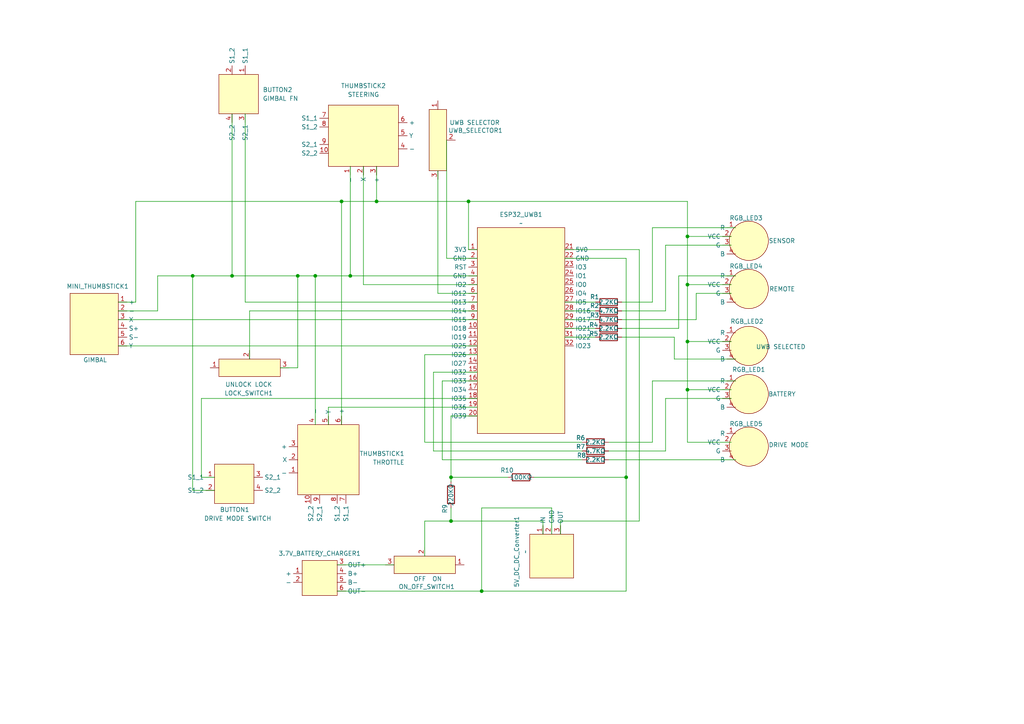
<source format=kicad_sch>
(kicad_sch (version 20250114) (generator "eeschema") (generator_version "9.0")
  (paper "A4")
  (title_block (title "Autocam Remote") (date "2025-03-18") (rev "v0.5"))
  (lib_symbols
    (symbol "Autocam:3_PIN_Switch"
      (property "Reference" "U?" (at -0.254 5.334 0))
      (symbol "3_PIN_Switch_1_1"
        (rectangle (start -8.89 2.54) (end 8.89 -2.54) (fill (type color) (color 255 255 194 1)))
        (pin passive line (at -8.89 0 180) (length 2.54) (name "") (number "1"))
        (pin passive line (at 0 -2.54 270) (length 2.54) (name "") (number "2"))
        (pin passive line (at 8.89 0 0) (length 2.54) (name "") (number "3"))
      )
    )
    (symbol "Autocam:5V_DC_Converter_Sqaure"
      (property "Reference" "U?" (at 0 7.62 0))
      (symbol "5V_DC_Converter_Sqaure_1_1"
        (rectangle (start -6.35 6.35) (end 6.35 -6.35) (fill (type color) (color 255 255 194 1)))
        (pin power_in line (at -2.54 -6.35 270) (length 2.54) (name "IN") (number "1"))
        (pin power_in line (at 0 -6.35 270) (length 2.54) (name "GND") (number "2"))
        (pin output line (at 2.54 -6.35 270) (length 2.54) (name "OUT") (number "3"))
      )
    )
    (symbol "Autocam:ANODE_RGB_LED_Round"
      (property "Reference" "U?" (at 0 7.62 0))
      (symbol "ANODE_RGB_LED_Round_1_1"
        (circle (center 0 0) (radius 5.6796) (fill (type color) (color 255 255 194 1)))
        (pin power_in line (at -5.08 1.27 180) (length 2.54) (name "VCC") (number "2"))
        (pin passive line (at -5.08 -1.27 180) (length 2.54) (name "G") (number "3"))
        (pin passive line (at -3.81 3.81 180) (length 2.54) (name "R") (number "1"))
        (pin passive line (at -3.81 -3.81 180) (length 2.54) (name "B") (number "4"))
      )
    )
    (symbol "Autocam:Makersfab_ESP32_UWB"
      (property "Reference" "U?" (at -0.508 31.75 0))
      (symbol "Makersfab_ESP32_UWB_1_1"
        (rectangle (start -12.7 29.21) (end 12.7 -30.48) (fill (type color) (color 255 255 194 1)))
        (pin power_out line (at -12.7 22.86 180) (length 2.54) (name "3V3") (number "1"))
        (pin power_in line (at -12.7 20.32 180) (length 2.54) (name "GND") (number "2"))
        (pin input line (at -12.7 17.78 180) (length 2.54) (name "RST") (number "3"))
        (pin power_in line (at -12.7 15.24 180) (length 2.54) (name "GND") (number "4"))
        (pin bidirectional line (at -12.7 12.7 180) (length 2.54) (name "IO2") (number "5"))
        (pin bidirectional line (at -12.7 10.16 180) (length 2.54) (name "IO12") (number "6"))
        (pin bidirectional line (at -12.7 7.62 180) (length 2.54) (name "IO13") (number "7"))
        (pin bidirectional line (at -12.7 5.08 180) (length 2.54) (name "IO14") (number "8"))
        (pin bidirectional line (at -12.7 2.54 180) (length 2.54) (name "IO15") (number "9"))
        (pin bidirectional line (at -12.7 0 180) (length 2.54) (name "IO18") (number "10"))
        (pin bidirectional line (at -12.7 -2.54 180) (length 2.54) (name "IO19") (number "11"))
        (pin bidirectional line (at -12.7 -5.08 180) (length 2.54) (name "IO25") (number "12"))
        (pin bidirectional line (at -12.7 -7.62 180) (length 2.54) (name "IO26") (number "13"))
        (pin bidirectional line (at -12.7 -10.16 180) (length 2.54) (name "IO27") (number "14"))
        (pin bidirectional line (at -12.7 -12.7 180) (length 2.54) (name "IO32") (number "15"))
        (pin bidirectional line (at -12.7 -15.24 180) (length 2.54) (name "IO33") (number "16"))
        (pin bidirectional line (at -12.7 -17.78 180) (length 2.54) (name "IO34") (number "17"))
        (pin bidirectional line (at -12.7 -20.32 180) (length 2.54) (name "IO35") (number "18"))
        (pin bidirectional line (at -12.7 -22.86 180) (length 2.54) (name "IO36") (number "19"))
        (pin bidirectional line (at -12.7 -25.4 180) (length 2.54) (name "IO39") (number "20"))
        (pin power_in line (at 12.7 22.86 0) (length 2.54) (name "5V0") (number "21"))
        (pin power_in line (at 12.7 20.32 0) (length 2.54) (name "GND") (number "22"))
        (pin bidirectional line (at 12.7 17.78 0) (length 2.54) (name "IO3") (number "23"))
        (pin bidirectional line (at 12.7 15.24 0) (length 2.54) (name "IO1") (number "24"))
        (pin bidirectional line (at 12.7 12.7 0) (length 2.54) (name "IO0") (number "25"))
        (pin bidirectional line (at 12.7 10.16 0) (length 2.54) (name "IO4") (number "26"))
        (pin bidirectional line (at 12.7 7.62 0) (length 2.54) (name "IO5") (number "27"))
        (pin bidirectional line (at 12.7 5.08 0) (length 2.54) (name "IO16") (number "28"))
        (pin bidirectional line (at 12.7 2.54 0) (length 2.54) (name "IO17") (number "29"))
        (pin bidirectional line (at 12.7 0 0) (length 2.54) (name "IO21") (number "30"))
        (pin bidirectional line (at 12.7 -2.54 0) (length 2.54) (name "IO22") (number "31"))
        (pin bidirectional line (at 12.7 -5.08 0) (length 2.54) (name "IO23") (number "32"))
      )
    )
    (symbol "Autocam:Mini_Analog_Joystick"
      (property "Reference" "U?" (at 0.762 -11.684 0))
      (symbol "Mini_Analog_Joystick_1_1"
        (rectangle (start -8.89 5.08) (end 8.89 -8.89) (fill (type color) (color 255 255 194 1)))
        (pin output line (at -6.35 5.08 90) (length 2.54) (name "Y") (number "6"))
        (pin passive line (at -3.81 5.08 90) (length 2.54) (name "S-") (number "5"))
        (pin passive line (at -1.27 5.08 90) (length 2.54) (name "S+") (number "4"))
        (pin output line (at 1.27 5.08 90) (length 2.54) (name "X") (number "3"))
        (pin power_in line (at 3.81 5.08 90) (length 2.54) (name "-") (number "2"))
        (pin power_in line (at 6.35 5.08 90) (length 2.54) (name "+") (number "1"))
      )
    )
    (symbol "Autocam:Simple Resistor" (pin_numbers (hide yes)) (pin_names (offset 0))
      (property "Reference" "R" (at 2.032 0 90))
      (property "Value" "Simple Resistor" (at 0 0 90))
      (symbol "Simple Resistor_0_1"
        (rectangle (start -1.016 -2.54) (end 1.016 2.54) (stroke (width 0.254)))
      )
      (symbol "Simple Resistor_1_1"
        (pin passive line (at 0 3.81 270) (length 1.27) (name "~") (number "1"))
        (pin passive line (at 0 -3.81 90) (length 1.27) (name "~") (number "2"))
      )
    )
    (symbol "Autocam:Tactile_Switch_Button_Square"
      (property "Reference" "U" (at -0.762 7.62 0))
      (symbol "Tactile_Switch_Button_Square_1_1"
        (rectangle (start -6.35 6.35) (end 5.08 -5.08) (fill (type color) (color 255 255 194 1)))
        (pin passive line (at -6.35 2.54 180) (length 2.54) (name "S1_1") (number "1"))
        (pin passive line (at -6.35 -1.27 180) (length 2.54) (name "S1_2") (number "2"))
        (pin passive line (at 5.08 2.54 0) (length 2.54) (name "S2_1") (number "3"))
        (pin passive line (at 5.08 -1.27 0) (length 2.54) (name "S2_2") (number "4"))
      )
    )
    (symbol "Autocam:USB-C_3.7V_Lithium_Battery_Charger"
      (property "Reference" "U" (at 0 7.366 0))
      (symbol "USB-C_3.7V_Lithium_Battery_Charger_1_1"
        (rectangle (start -5.08 5.08) (end 5.08 -5.08) (fill (type color) (color 255 255 194 1)))
        (pin input line (at -5.08 1.27 180) (length 2.54) (name "+") (number "1"))
        (pin input line (at -5.08 -1.27 180) (length 2.54) (name "-") (number "2"))
        (pin output line (at 5.08 3.81 0) (length 2.54) (name "OUT+") (number "3"))
        (pin input line (at 5.08 1.27 0) (length 2.54) (name "B+") (number "4"))
        (pin input line (at 5.08 -1.27 0) (length 2.54) (name "B-") (number "5"))
        (pin output line (at 5.08 -3.81 0) (length 2.54) (name "OUT-") (number "6"))
      )
    )
    (symbol "Autocam:X-Box_Style_Thumbstick"
      (property "Reference" "U?" (at 0 11.43 0))
      (symbol "X-Box_Style_Thumbstick_1_1"
        (rectangle (start -10.16 8.89) (end 10.16 -8.89) (fill (type color) (color 255 255 194 1)))
        (pin passive line (at -10.16 5.08 180) (length 2.54) (name "S1_1") (number "7"))
        (pin passive line (at -10.16 2.54 180) (length 2.54) (name "S1_2") (number "8"))
        (pin passive line (at -10.16 -2.54 180) (length 2.54) (name "S2_1") (number "9"))
        (pin passive line (at -10.16 -5.08 180) (length 2.54) (name "S2_2") (number "10"))
        (pin power_in line (at -3.81 -8.89 270) (length 2.54) (name "-") (number "1"))
        (pin output line (at 0 -8.89 270) (length 2.54) (name "X") (number "2"))
        (pin power_in line (at 3.81 -8.89 270) (length 2.54) (name "+") (number "3"))
        (pin power_in line (at 10.16 3.81 0) (length 2.54) (name "+") (number "6"))
        (pin power_in line (at 10.16 0 0) (length 2.54) (name "Y") (number "5"))
        (pin power_in line (at 10.16 -3.81 0) (length 2.54) (name "-") (number "4"))
      )
    )
  )
  (junction (at 130.81 151.13))
  (junction (at 86.36 80.01))
  (junction (at 67.31 80.01))
  (junction (at 130.81 138.43))
  (junction (at 101.6 80.01))
  (junction (at 181.61 138.43))
  (junction (at 139.7 171.45))
  (junction (at 99.06 58.42))
  (junction (at 109.22 58.42))
  (junction (at 199.39 82.55))
  (junction (at 135.89 58.42))
  (junction (at 199.39 113.03))
  (junction (at 91.44 80.01))
  (junction (at 199.39 68.58))
  (junction (at 199.39 99.06))
  (junction (at 55.88 80.01))
  (wire (pts (xy 138.43 118.11) (xy 95.25 118.11)))
  (wire (pts (xy 199.39 68.58) (xy 199.39 82.55)))
  (wire (pts (xy 62.23 138.43) (xy 58.42 138.43)))
  (wire (pts (xy 213.36 66.04) (xy 189.23 66.04)))
  (wire (pts (xy 71.12 33.02) (xy 71.12 87.63)))
  (wire (pts (xy 45.72 80.01) (xy 55.88 80.01)))
  (wire (pts (xy 160.02 147.32) (xy 160.02 154.94)))
  (wire (pts (xy 199.39 58.42) (xy 199.39 68.58)))
  (wire (pts (xy 123.19 102.87) (xy 138.43 102.87)))
  (wire (pts (xy 97.79 171.45) (xy 139.7 171.45)))
  (wire (pts (xy 199.39 82.55) (xy 199.39 99.06)))
  (wire (pts (xy 99.06 58.42) (xy 109.22 58.42)))
  (wire (pts (xy 130.81 151.13) (xy 157.48 151.13)))
  (wire (pts (xy 55.88 80.01) (xy 67.31 80.01)))
  (wire (pts (xy 168.91 133.35) (xy 128.27 133.35)))
  (wire (pts (xy 199.39 113.03) (xy 212.09 113.03)))
  (wire (pts (xy 163.83 95.25) (xy 172.72 95.25)))
  (wire (pts (xy 105.41 48.26) (xy 105.41 82.55)))
  (wire (pts (xy 162.56 151.13) (xy 185.42 151.13)))
  (wire (pts (xy 172.72 92.71) (xy 163.83 92.71)))
  (wire (pts (xy 162.56 151.13) (xy 162.56 154.94)))
  (wire (pts (xy 193.04 71.12) (xy 193.04 90.17)))
  (wire (pts (xy 189.23 66.04) (xy 189.23 87.63)))
  (wire (pts (xy 138.43 107.95) (xy 125.73 107.95)))
  (wire (pts (xy 212.09 71.12) (xy 193.04 71.12)))
  (wire (pts (xy 125.73 130.81) (xy 168.91 130.81)))
  (wire (pts (xy 176.53 133.35) (xy 213.36 133.35)))
  (wire (pts (xy 123.19 128.27) (xy 123.19 102.87)))
  (wire (pts (xy 67.31 80.01) (xy 86.36 80.01)))
  (wire (pts (xy 86.36 106.68) (xy 86.36 80.01)))
  (wire (pts (xy 123.19 161.29) (xy 123.19 151.13)))
  (wire (pts (xy 189.23 128.27) (xy 176.53 128.27)))
  (wire (pts (xy 199.39 99.06) (xy 199.39 113.03)))
  (wire (pts (xy 180.34 95.25) (xy 196.85 95.25)))
  (wire (pts (xy 58.42 115.57) (xy 58.42 138.43)))
  (wire (pts (xy 213.36 104.14) (xy 195.58 104.14)))
  (wire (pts (xy 99.06 58.42) (xy 99.06 123.19)))
  (wire (pts (xy 199.39 99.06) (xy 212.09 99.06)))
  (wire (pts (xy 199.39 68.58) (xy 212.09 68.58)))
  (wire (pts (xy 91.44 80.01) (xy 101.6 80.01)))
  (wire (pts (xy 129.54 74.93) (xy 138.43 74.93)))
  (wire (pts (xy 199.39 113.03) (xy 199.39 128.27)))
  (wire (pts (xy 135.89 72.39) (xy 138.43 72.39)))
  (wire (pts (xy 163.83 90.17) (xy 172.72 90.17)))
  (wire (pts (xy 135.89 58.42) (xy 135.89 72.39)))
  (wire (pts (xy 212.09 82.55) (xy 199.39 82.55)))
  (wire (pts (xy 45.72 90.17) (xy 45.72 80.01)))
  (wire (pts (xy 212.09 85.09) (xy 201.93 85.09)))
  (wire (pts (xy 185.42 151.13) (xy 185.42 72.39)))
  (wire (pts (xy 212.09 128.27) (xy 199.39 128.27)))
  (wire (pts (xy 109.22 58.42) (xy 135.89 58.42)))
  (wire (pts (xy 172.72 97.79) (xy 163.83 97.79)))
  (wire (pts (xy 130.81 120.65) (xy 138.43 120.65)))
  (wire (pts (xy 129.54 40.64) (xy 129.54 74.93)))
  (wire (pts (xy 34.29 87.63) (xy 39.37 87.63)))
  (wire (pts (xy 128.27 133.35) (xy 128.27 110.49)))
  (wire (pts (xy 163.83 87.63) (xy 172.72 87.63)))
  (wire (pts (xy 193.04 130.81) (xy 193.04 115.57)))
  (wire (pts (xy 130.81 147.32) (xy 130.81 151.13)))
  (wire (pts (xy 138.43 87.63) (xy 71.12 87.63)))
  (wire (pts (xy 55.88 142.24) (xy 55.88 80.01)))
  (wire (pts (xy 139.7 147.32) (xy 160.02 147.32)))
  (wire (pts (xy 72.39 104.14) (xy 72.39 90.17)))
  (wire (pts (xy 95.25 118.11) (xy 95.25 123.19)))
  (wire (pts (xy 185.42 72.39) (xy 163.83 72.39)))
  (wire (pts (xy 101.6 48.26) (xy 101.6 80.01)))
  (wire (pts (xy 130.81 138.43) (xy 130.81 139.7)))
  (wire (pts (xy 181.61 74.93) (xy 181.61 138.43)))
  (wire (pts (xy 139.7 171.45) (xy 181.61 171.45)))
  (wire (pts (xy 86.36 80.01) (xy 91.44 80.01)))
  (wire (pts (xy 127 85.09) (xy 138.43 85.09)))
  (wire (pts (xy 138.43 115.57) (xy 58.42 115.57)))
  (wire (pts (xy 91.44 80.01) (xy 91.44 123.19)))
  (wire (pts (xy 128.27 110.49) (xy 138.43 110.49)))
  (wire (pts (xy 72.39 90.17) (xy 138.43 90.17)))
  (wire (pts (xy 101.6 80.01) (xy 138.43 80.01)))
  (wire (pts (xy 195.58 97.79) (xy 180.34 97.79)))
  (wire (pts (xy 34.29 100.33) (xy 138.43 100.33)))
  (wire (pts (xy 181.61 74.93) (xy 163.83 74.93)))
  (wire (pts (xy 62.23 142.24) (xy 55.88 142.24)))
  (wire (pts (xy 189.23 110.49) (xy 189.23 128.27)))
  (wire (pts (xy 97.79 163.83) (xy 114.3 163.83)))
  (wire (pts (xy 34.29 92.71) (xy 138.43 92.71)))
  (wire (pts (xy 34.29 90.17) (xy 45.72 90.17)))
  (wire (pts (xy 157.48 151.13) (xy 157.48 154.94)))
  (wire (pts (xy 39.37 58.42) (xy 99.06 58.42)))
  (wire (pts (xy 196.85 80.01) (xy 196.85 95.25)))
  (wire (pts (xy 109.22 48.26) (xy 109.22 58.42)))
  (wire (pts (xy 180.34 92.71) (xy 201.93 92.71)))
  (wire (pts (xy 176.53 130.81) (xy 193.04 130.81)))
  (wire (pts (xy 201.93 85.09) (xy 201.93 92.71)))
  (wire (pts (xy 180.34 87.63) (xy 189.23 87.63)))
  (wire (pts (xy 127 49.53) (xy 127 85.09)))
  (wire (pts (xy 67.31 33.02) (xy 67.31 80.01)))
  (wire (pts (xy 130.81 138.43) (xy 147.32 138.43)))
  (wire (pts (xy 189.23 110.49) (xy 213.36 110.49)))
  (wire (pts (xy 180.34 90.17) (xy 193.04 90.17)))
  (wire (pts (xy 213.36 80.01) (xy 196.85 80.01)))
  (wire (pts (xy 154.94 138.43) (xy 181.61 138.43)))
  (wire (pts (xy 181.61 138.43) (xy 181.61 171.45)))
  (wire (pts (xy 139.7 147.32) (xy 139.7 171.45)))
  (wire (pts (xy 81.28 106.68) (xy 86.36 106.68)))
  (wire (pts (xy 193.04 115.57) (xy 212.09 115.57)))
  (wire (pts (xy 125.73 107.95) (xy 125.73 130.81)))
  (wire (pts (xy 39.37 87.63) (xy 39.37 58.42)))
  (wire (pts (xy 135.89 58.42) (xy 199.39 58.42)))
  (wire (pts (xy 195.58 97.79) (xy 195.58 104.14)))
  (wire (pts (xy 123.19 151.13) (xy 130.81 151.13)))
  (wire (pts (xy 105.41 82.55) (xy 138.43 82.55)))
  (wire (pts (xy 168.91 128.27) (xy 123.19 128.27)))
  (wire (pts (xy 130.81 120.65) (xy 130.81 138.43)))
  (symbol (lib_id "Autocam:X-Box_Style_Thumbstick") (at 105.41 39.37 0) (unit 1)
    (property "Reference" "THUMBSTICK2" (at 105.41 24.892 0))
    (property "Value" "STEERING" (at 105.41 27.432 0))
    (property "Footprint" "Autocam:X-Box Style Thumbstick" (effects (hide yes)))
  )
  (symbol (lib_id "Autocam:ANODE_RGB_LED_Round") (at 217.17 69.85 0) (unit 1)
    (property "Reference" "RGB_LED3" (at 221.234 63.246 0) (effects (justify right)))
    (property "Value" "SENSOR" (at 230.632 69.85 0) (effects (justify right)))
    (property "Footprint" "Autocam:Anode RGB LED (Round)" (effects (hide yes)))
  )
  (symbol (lib_id "Autocam:USB-C_3.7V_Lithium_Battery_Charger") (at 92.71 167.64 0) (unit 1)
    (property "Reference" "3.7V_BATTERY_CHARGER1" (at 92.71 160.528 0))
    (property "Value" "~" (at 92.71 161.29 0))
    (property "Footprint" "Autocam:USB-C 3.7V Lithium Battery Charger" (effects (hide yes)))
  )
  (symbol (lib_id "Autocam:3_PIN_Switch") (at 123.19 163.83 180) (unit 1)
    (property "Reference" "ON_OFF_SWITCH1" (at 115.57 170.18 0) (effects (justify right)))
    (property "Value" "OFF  ON" (at 119.888 167.894 0) (effects (justify right)))
    (property "Footprint" "Autocam:3-PIN Switch" (effects (hide yes)))
  )
  (symbol (lib_id "Autocam:5V_DC_Converter_Sqaure") (at 160.02 161.29 0) (mirror x) (unit 1)
    (property "Reference" "5V_DC_DC_Converter1" (at 149.86 160.02 90))
    (property "Value" "~" (at 152.4 160.02 90))
    (property "Footprint" "Autocam:5V DC-DC Step Up Converter (Square)" (effects (hide yes)))
  )
  (symbol (lib_id "Autocam:Simple Resistor") (at 176.53 92.71 90) (unit 1)
    (property "Reference" "R3" (at 172.466 91.44 90))
    (property "Value" "4.7KΩ" (at 176.53 92.71 90))
    (property "Footprint" "Autocam:Simple Resistor" (effects (hide yes)))
    (property "Description" "Resistor" (effects (hide yes)))
  )
  (symbol (lib_id "Autocam:Simple Resistor") (at 176.53 90.17 90) (mirror x) (unit 1)
    (property "Reference" "R2" (at 172.466 88.646 90))
    (property "Value" "4.7KΩ" (at 176.53 90.17 90))
    (property "Footprint" "Autocam:Simple Resistor" (effects (hide yes)))
    (property "Description" "Resistor" (effects (hide yes)))
  )
  (symbol (lib_id "Autocam:Simple Resistor") (at 151.13 138.43 90) (unit 1)
    (property "Reference" "R10" (at 147.066 136.398 90))
    (property "Value" "100KΩ" (at 151.13 138.43 90))
    (property "Footprint" "Autocam:Simple Resistor" (effects (hide yes)))
    (property "Description" "Resistor" (effects (hide yes)))
  )
  (symbol (lib_id "Autocam:Mini_Analog_Joystick") (at 29.21 93.98 270) (mirror x) (unit 1)
    (property "Reference" "MINI_THUMBSTICK1" (at 19.304 83.058 90) (effects (justify left)))
    (property "Value" "GIMBAL" (at 24.13 104.394 90) (effects (justify left)))
    (property "Footprint" "Autocam:Mini Analog Joystick" (effects (hide yes)))
  )
  (symbol (lib_id "Autocam:ANODE_RGB_LED_Round") (at 217.17 114.3 0) (unit 1)
    (property "Reference" "RGB_LED1" (at 221.996 107.188 0) (effects (justify right)))
    (property "Value" "BATTERY" (at 226.822 114.3 0))
    (property "Footprint" "Autocam:Anode RGB LED (Round)" (effects (hide yes)))
  )
  (symbol (lib_id "Autocam:Simple Resistor") (at 172.72 133.35 90) (unit 1)
    (property "Reference" "R8" (at 168.656 132.08 90))
    (property "Value" "2.2KΩ" (at 172.72 133.35 90))
    (property "Footprint" "Autocam:Simple Resistor" (effects (hide yes)))
    (property "Description" "Resistor" (effects (hide yes)))
  )
  (symbol (lib_id "Autocam:Tactile_Switch_Button_Square") (at 68.58 140.97 0) (unit 1)
    (property "Reference" "BUTTON1" (at 63.754 147.828 0) (effects (justify left)))
    (property "Value" "DRIVE MODE SWITCH" (at 59.182 150.368 0) (effects (justify left)))
    (property "Footprint" "Autocam:Tactile Switch Button (Square)" (effects (hide yes)))
  )
  (symbol (lib_id "Autocam:Makersfab_ESP32_UWB") (at 151.13 95.25 0) (unit 1)
    (property "Reference" "ESP32_UWB1" (at 151.13 62.23 0))
    (property "Value" "~" (at 151.13 64.77 0))
    (property "Footprint" "Autocam:Makersfab ESP32 UWB" (effects (hide yes)))
  )
  (symbol (lib_id "Autocam:ANODE_RGB_LED_Round") (at 217.17 129.54 0) (unit 1)
    (property "Reference" "RGB_LED5" (at 221.234 122.936 0) (effects (justify right)))
    (property "Value" "DRIVE MODE" (at 234.696 129.032 0) (effects (justify right)))
    (property "Footprint" "Autocam:Anode RGB LED (Round)" (effects (hide yes)))
  )
  (symbol (lib_id "Autocam:Simple Resistor") (at 176.53 97.79 90) (unit 1)
    (property "Reference" "R5" (at 172.212 96.774 90))
    (property "Value" "2.2KΩ" (at 176.53 97.79 90))
    (property "Footprint" "Autocam:Simple Resistor" (effects (hide yes)))
    (property "Description" "Resistor" (effects (hide yes)))
  )
  (symbol (lib_id "Autocam:3_PIN_Switch") (at 72.39 106.68 0) (mirror x) (unit 1)
    (property "Reference" "LOCK_SWITCH1" (at 72.136 114.046 0))
    (property "Value" "UNLOCK LOCK" (at 72.136 111.506 0))
    (property "Footprint" "Autocam:3-PIN Switch" (effects (hide yes)))
  )
  (symbol (lib_id "Autocam:Simple Resistor") (at 176.53 95.25 90) (unit 1)
    (property "Reference" "R4" (at 172.212 94.234 90))
    (property "Value" "2.2KΩ" (at 176.53 95.25 90))
    (property "Footprint" "Autocam:Simple Resistor" (effects (hide yes)))
    (property "Description" "Resistor" (effects (hide yes)))
  )
  (symbol (lib_id "Autocam:X-Box_Style_Thumbstick") (at 95.25 133.35 270) (mirror x) (unit 1)
    (property "Reference" "THUMBSTICK1" (at 117.348 131.572 90) (effects (justify right)))
    (property "Value" "THROTTLE" (at 117.348 134.112 90) (effects (justify right)))
    (property "Footprint" "Autocam:X-Box Style Thumbstick" (effects (hide yes)))
  )
  (symbol (lib_id "Autocam:Tactile_Switch_Button_Square") (at 68.58 27.94 270) (unit 1)
    (property "Reference" "BUTTON2" (at 76.2 26.0349 90) (effects (justify left)))
    (property "Value" "GIMBAL FN" (at 76.2 28.5749 90) (effects (justify left)))
    (property "Footprint" "Autocam:Tactile Switch Button (Square)" (effects (hide yes)))
  )
  (symbol (lib_id "Autocam:ANODE_RGB_LED_Round") (at 217.17 100.33 0) (unit 1)
    (property "Reference" "RGB_LED2" (at 221.488 93.218 0) (effects (justify right)))
    (property "Value" "UWB SELECTED" (at 233.68 100.584 0) (effects (justify right)))
    (property "Footprint" "Autocam:Anode RGB LED (Round)" (effects (hide yes)))
  )
  (symbol (lib_id "Autocam:ANODE_RGB_LED_Round") (at 217.17 83.82 0) (unit 1)
    (property "Reference" "RGB_LED4" (at 221.234 77.216 0) (effects (justify right)))
    (property "Value" "REMOTE" (at 230.632 83.82 0) (effects (justify right)))
    (property "Footprint" "Autocam:Anode RGB LED (Round)" (effects (hide yes)))
  )
  (symbol (lib_id "Autocam:Simple Resistor") (at 176.53 87.63 90) (mirror x) (unit 1)
    (property "Reference" "R1" (at 172.466 86.106 90))
    (property "Value" "2.2KΩ" (at 176.53 87.63 90))
    (property "Footprint" "Autocam:Simple Resistor" (effects (hide yes)))
    (property "Description" "Resistor" (effects (hide yes)))
  )
  (symbol (lib_id "Autocam:Simple Resistor") (at 172.72 128.27 90) (unit 1)
    (property "Reference" "R6" (at 168.402 127 90))
    (property "Value" "2.2KΩ" (at 172.72 128.27 90))
    (property "Footprint" "Autocam:Simple Resistor" (effects (hide yes)))
    (property "Description" "Resistor" (effects (hide yes)))
  )
  (symbol (lib_id "Autocam:3_PIN_Switch") (at 127 40.64 90) (mirror x) (unit 1)
    (property "Reference" "UWB_SELECTOR1" (at 137.922 37.846 90))
    (property "Value" "UWB SELECTOR" (at 137.668 35.56 90))
    (property "Footprint" "Autocam:3-PIN Switch" (effects (hide yes)))
  )
  (symbol (lib_id "Autocam:Simple Resistor") (at 130.81 143.51 0) (mirror y) (unit 1)
    (property "Reference" "R9" (at 129.032 147.574 90))
    (property "Value" "220KΩ" (at 130.81 143.51 90))
    (property "Footprint" "Autocam:Simple Resistor" (effects (hide yes)))
    (property "Description" "Resistor" (effects (hide yes)))
  )
  (symbol (lib_id "Autocam:Simple Resistor") (at 172.72 130.81 90) (unit 1)
    (property "Reference" "R7" (at 168.402 129.54 90))
    (property "Value" "4.7KΩ" (at 172.72 130.81 90))
    (property "Footprint" "Autocam:Simple Resistor" (effects (hide yes)))
    (property "Description" "Resistor" (effects (hide yes)))
  )
)
</source>
